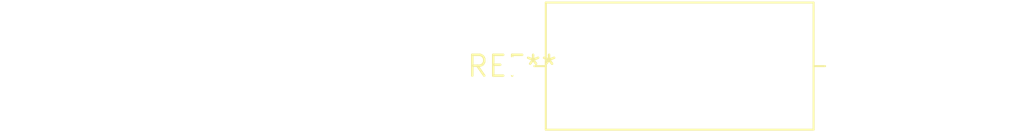
<source format=kicad_pcb>
(kicad_pcb (version 20240108) (generator pcbnew)
  (layers (0 "F.Cu" signal) (31 "B.Cu" signal) (34 "B.Paste" user) (35 "F.Paste" user) (36 "B.SilkS" user "B.Silkscreen") (37 "F.SilkS" user "F.Silkscreen") (38 "B.Mask" user) (39 "F.Mask" user) (44 "Edge.Cuts" user))
  (net 0 "")
  (footprint "L_Axial_L16.0mm_D7.5mm_P20.32mm_Horizontal_Fastron_XHBCC" (layer "F.Cu") (at 0 0)
    (property "Reference" "REF**")
    (property "Value" "L_Axial_L16.0mm_D7.5mm_P20.32mm_Horizontal_Fastron_XHBCC")
    (fp_line (start 1.34 0) (end 2.04 0) (layer "F.SilkS") (stroke (width 0.12)))
    (fp_line (start 2.04 -3.87) (end 2.04 3.87) (layer "F.SilkS") (stroke (width 0.12)))
    (fp_line (start 2.04 3.87) (end 18.28 3.87) (layer "F.SilkS") (stroke (width 0.12)))
    (fp_line (start 18.28 -3.87) (end 2.04 -3.87) (layer "F.SilkS") (stroke (width 0.12)))
    (fp_line (start 18.28 3.87) (end 18.28 -3.87) (layer "F.SilkS") (stroke (width 0.12)))
    (fp_line (start 18.98 0) (end 18.28 0) (layer "F.SilkS") (stroke (width 0.12)))
    (pad "1" thru_hole circle (at 0 0) (size 2.2 2.2) (drill 1.1) (layers *.Cu *.Mask) (remove_unused_layers))
    (pad "2" thru_hole oval (at 20.32 0) (size 2.2 2.2) (drill 1.1) (layers *.Cu *.Mask) (remove_unused_layers))
  )
)
</source>
